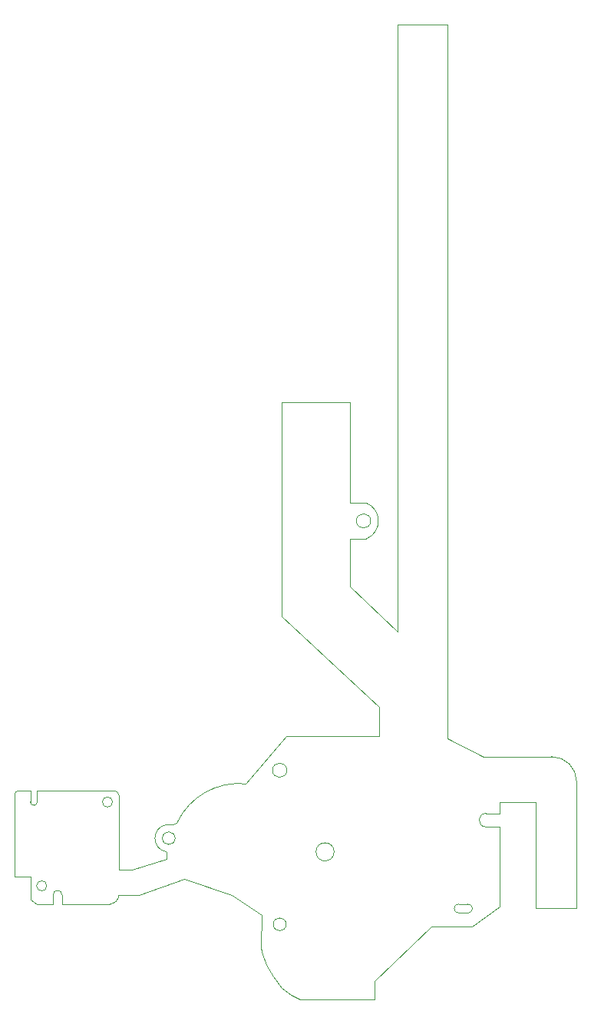
<source format=gbr>
%TF.GenerationSoftware,KiCad,Pcbnew,7.0.5*%
%TF.CreationDate,2023-07-18T08:52:37+01:00*%
%TF.ProjectId,rbuttons,72627574-746f-46e7-932e-6b696361645f,rev?*%
%TF.SameCoordinates,Original*%
%TF.FileFunction,Profile,NP*%
%FSLAX46Y46*%
G04 Gerber Fmt 4.6, Leading zero omitted, Abs format (unit mm)*
G04 Created by KiCad (PCBNEW 7.0.5) date 2023-07-18 08:52:37*
%MOMM*%
%LPD*%
G01*
G04 APERTURE LIST*
%TA.AperFunction,Profile*%
%ADD10C,0.100000*%
%TD*%
%TA.AperFunction,Profile*%
%ADD11C,0.120000*%
%TD*%
G04 APERTURE END LIST*
D10*
X79750000Y-120250000D02*
X74500000Y-120250000D01*
X118250000Y-120250000D02*
G75*
G03*
X118250000Y-121250000I0J-500000D01*
G01*
X131250000Y-110500000D02*
X131250000Y-106750000D01*
X83000000Y-119250000D02*
X81000000Y-119250000D01*
X108540569Y-78000000D02*
G75*
G03*
X108540569Y-78000000I-790569J0D01*
G01*
X111500000Y-90000000D02*
X111500000Y-90250000D01*
X86750000Y-111500000D02*
X87208785Y-111230156D01*
X118250000Y-120250000D02*
X119250000Y-120250000D01*
X71000000Y-119750000D02*
X71000000Y-117250000D01*
X119250000Y-121250000D02*
G75*
G03*
X119250000Y-120250000I0J500000D01*
G01*
X108000000Y-79999999D02*
G75*
G03*
X108000000Y-76000001I-750000J1999999D01*
G01*
X71000000Y-107750000D02*
X69750000Y-107750000D01*
X93250000Y-119250000D02*
X96500000Y-121500000D01*
X106250000Y-80000000D02*
X108000000Y-80000000D01*
X98750254Y-70575000D02*
X98750000Y-88500000D01*
X121000000Y-104000000D02*
X128500000Y-104000000D01*
X80750000Y-108250000D02*
G75*
G03*
X80250000Y-107750000I-500000J0D01*
G01*
X79750000Y-120250000D02*
G75*
G03*
X80750000Y-119250000I0J1000000D01*
G01*
X122750000Y-111750000D02*
X122750000Y-120500000D01*
X71750000Y-107750000D02*
X71750000Y-109000000D01*
X100750000Y-130750000D02*
X99750000Y-130250000D01*
X99290569Y-105500000D02*
G75*
G03*
X99290569Y-105500000I-790569J0D01*
G01*
X80059017Y-109000000D02*
G75*
G03*
X80059017Y-109000000I-559017J0D01*
G01*
X82250000Y-116500000D02*
X86000000Y-115250000D01*
X131250000Y-106750000D02*
G75*
G03*
X128500000Y-104000000I-2750000J0D01*
G01*
X115250000Y-122750000D02*
X109000000Y-128750000D01*
X119250000Y-121250000D02*
X118250000Y-121250000D01*
X117000000Y-102000000D02*
X117000000Y-95499771D01*
X117000000Y-102000000D02*
X121000000Y-104000000D01*
X71000000Y-117250000D02*
X69250000Y-117250000D01*
X97000000Y-127000000D02*
X96500000Y-125500000D01*
X106250000Y-85250000D02*
X106250000Y-80000000D01*
X97750000Y-128250000D02*
X97000000Y-127000000D01*
X121250000Y-110250000D02*
G75*
G03*
X121250000Y-111750000I0J-750000D01*
G01*
X109500000Y-101750000D02*
X109500000Y-98500000D01*
X108000000Y-76000000D02*
X106250000Y-76000000D01*
X98750000Y-129500000D02*
X97750000Y-128250000D01*
X126750000Y-109000000D02*
X122750000Y-109000000D01*
X96500000Y-121500000D02*
X96434928Y-125000000D01*
X86000000Y-111500001D02*
X86750000Y-111500000D01*
X109500000Y-98500000D02*
X98750000Y-88500000D01*
X86961735Y-113000000D02*
G75*
G03*
X86961735Y-113000000I-696227J0D01*
G01*
X111500000Y-90250000D02*
X106250000Y-85250000D01*
X72809017Y-118250000D02*
G75*
G03*
X72809017Y-118250000I-559017J0D01*
G01*
X81000000Y-119250000D02*
X80750000Y-119250000D01*
X109000000Y-130750000D02*
X100750000Y-130750000D01*
X74500000Y-119250000D02*
G75*
G03*
X73500000Y-119250000I-500000J0D01*
G01*
X122750000Y-110250000D02*
X121250000Y-110250000D01*
X121250000Y-111750000D02*
X122750000Y-111750000D01*
X69250000Y-117250000D02*
X69250000Y-108250000D01*
X119750000Y-122750000D02*
X115250000Y-122750000D01*
X86000000Y-115250000D02*
X86000000Y-114500000D01*
X96500000Y-125500000D02*
X96434928Y-125000000D01*
X99250000Y-101750000D02*
X94750000Y-107000001D01*
X71000000Y-109000000D02*
G75*
G03*
X71750000Y-109000000I375000J0D01*
G01*
X71750000Y-107750000D02*
X80250000Y-107750000D01*
X88000000Y-117500000D02*
X93250000Y-119250000D01*
X122750000Y-120500000D02*
X119750000Y-122750000D01*
X80750000Y-116500000D02*
X82250000Y-116500000D01*
X94750000Y-107000002D02*
G75*
G03*
X87208785Y-111230156I-750000J-7499998D01*
G01*
X111500000Y-85750000D02*
X111500000Y-90000000D01*
X117000000Y-95499771D02*
X117000000Y-25750000D01*
X73500000Y-119250000D02*
X73500000Y-120250000D01*
X126750000Y-110499085D02*
X126750000Y-109000000D01*
X86000000Y-111500002D02*
G75*
G03*
X86000000Y-114499998I265500J-1499998D01*
G01*
X109500000Y-101750000D02*
X99250000Y-101750000D01*
X111500000Y-25750000D02*
X111500000Y-85750000D01*
X99207107Y-122500000D02*
G75*
G03*
X99207107Y-122500000I-707107J0D01*
G01*
X71000000Y-109000000D02*
X71000000Y-107750000D01*
X73500000Y-120250000D02*
X71750000Y-120250000D01*
X71750000Y-120250000D02*
X71000000Y-119750000D01*
X88000000Y-117500000D02*
X83000000Y-119250000D01*
X104500000Y-114500000D02*
G75*
G03*
X104500000Y-114500000I-1000000J0D01*
G01*
X99750000Y-130250000D02*
X98750000Y-129500000D01*
X106249747Y-70575000D02*
X106250000Y-76000000D01*
X80750000Y-108250000D02*
X80750000Y-116500000D01*
X69750000Y-107750000D02*
G75*
G03*
X69250000Y-108250000I0J-500000D01*
G01*
X122750000Y-109000000D02*
X122750000Y-110250000D01*
X74500000Y-120250000D02*
X74500000Y-119250000D01*
X109000000Y-128750000D02*
X109000000Y-130750000D01*
D11*
%TO.C,C3*%
X111500000Y-23250000D02*
X111500000Y-25750000D01*
X111750000Y-23250000D02*
X111500000Y-23250000D01*
X111750000Y-23250000D02*
X116750000Y-23250000D01*
X116750000Y-23250000D02*
X117000000Y-23250000D01*
X117000000Y-23250000D02*
X117000000Y-25750000D01*
%TO.C,C2*%
X131250000Y-110499085D02*
X131250000Y-120679085D01*
X126750000Y-120680000D02*
X131250000Y-120679085D01*
X126750000Y-110500000D02*
X126750000Y-120680000D01*
%TO.C,C1*%
X106250000Y-64895000D02*
X98750000Y-64895915D01*
X106249493Y-70575000D02*
X106249493Y-64895000D01*
X98750000Y-70575000D02*
X98750000Y-64895915D01*
%TD*%
M02*

</source>
